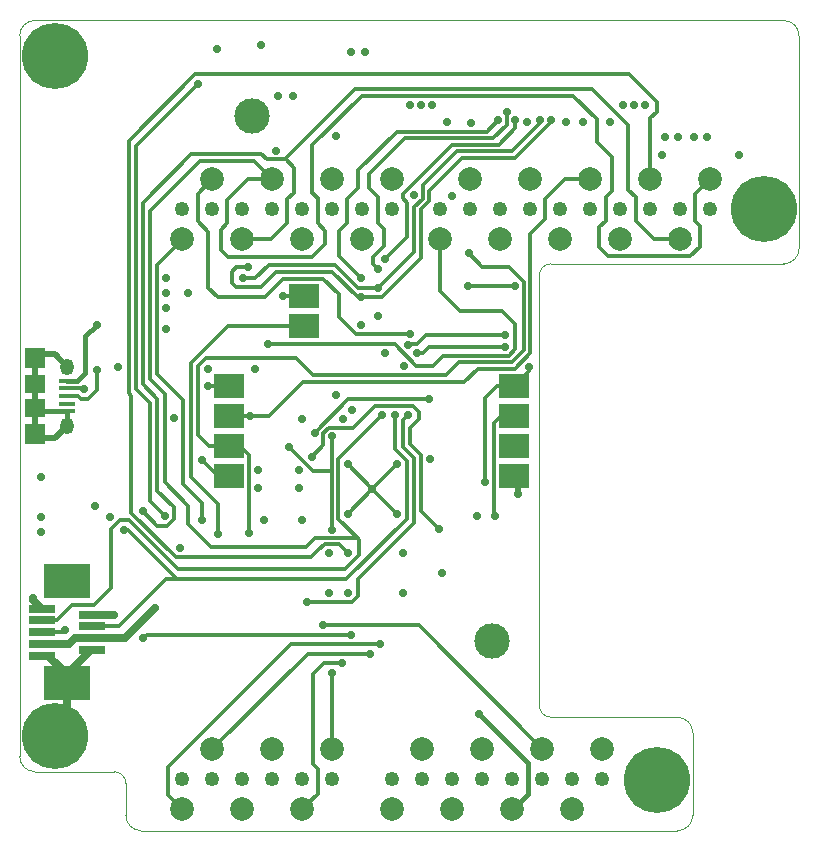
<source format=gtl>
G04 (created by PCBNEW (2013-07-07 BZR 4022)-stable) date 06/05/2014 22:12:36*
%MOIN*%
G04 Gerber Fmt 3.4, Leading zero omitted, Abs format*
%FSLAX34Y34*%
G01*
G70*
G90*
G04 APERTURE LIST*
%ADD10C,0.00590551*%
%ADD11C,0.000393701*%
%ADD12C,0.220472*%
%ADD13C,0.11811*%
%ADD14R,0.0984252X0.0787402*%
%ADD15R,0.0531496X0.0177165*%
%ADD16O,0.0452756X0.0551181*%
%ADD17R,0.0669291X0.0669291*%
%ADD18R,0.0669291X0.0590551*%
%ADD19C,0.0787402*%
%ADD20C,0.0492126*%
%ADD21R,0.0866142X0.0275591*%
%ADD22R,0.15748X0.11811*%
%ADD23C,0.0275591*%
%ADD24C,0.015748*%
%ADD25C,0.019685*%
%ADD26C,0.0275591*%
%ADD27C,0.011811*%
G04 APERTURE END LIST*
G54D10*
G54D11*
X42173Y-51606D02*
X42173Y-27590D01*
X42173Y-27590D02*
G75*
G02X42685Y-27078I511J0D01*
G74*
G01*
X45716Y-52511D02*
X45716Y-53574D01*
X42685Y-52118D02*
X45322Y-52118D01*
X67645Y-27078D02*
X42685Y-27078D01*
X68157Y-34677D02*
X68157Y-27590D01*
X59889Y-35188D02*
X67645Y-35188D01*
X59496Y-49913D02*
X59496Y-35582D01*
X64102Y-50307D02*
X59889Y-50307D01*
X64614Y-53574D02*
X64614Y-50818D01*
X46228Y-54086D02*
X64102Y-54086D01*
X45322Y-52118D02*
G75*
G02X45716Y-52511I0J-393D01*
G74*
G01*
X42685Y-52118D02*
G75*
G02X42173Y-51606I0J511D01*
G74*
G01*
X67645Y-27078D02*
G75*
G02X68157Y-27590I0J-511D01*
G74*
G01*
X68157Y-34678D02*
G75*
G02X67645Y-35188I-511J0D01*
G74*
G01*
X59496Y-35581D02*
G75*
G02X59889Y-35188I393J0D01*
G74*
G01*
X59889Y-50307D02*
G75*
G02X59496Y-49913I0J393D01*
G74*
G01*
X64103Y-50307D02*
G75*
G02X64614Y-50818I0J-511D01*
G74*
G01*
X64614Y-53575D02*
G75*
G02X64102Y-54086I-511J0D01*
G74*
G01*
X46227Y-54086D02*
G75*
G02X45716Y-53574I0J511D01*
G74*
G01*
G54D12*
X43354Y-50937D03*
X63433Y-52393D03*
X43354Y-28259D03*
X66976Y-33377D03*
G54D13*
X49905Y-30267D03*
X57905Y-47767D03*
G54D14*
X58649Y-39267D03*
X58649Y-40267D03*
X58649Y-41267D03*
X58649Y-42267D03*
X49161Y-39267D03*
X49161Y-40267D03*
X49161Y-41267D03*
X49161Y-42267D03*
X51641Y-37267D03*
X51641Y-36267D03*
G54D15*
X43767Y-39086D03*
X43767Y-39342D03*
X43767Y-39598D03*
X43767Y-39854D03*
X43767Y-40110D03*
G54D16*
X43767Y-38614D03*
X43767Y-40582D03*
G54D17*
X42704Y-38338D03*
X42704Y-40858D03*
G54D18*
X42704Y-39204D03*
X42704Y-39992D03*
G54D19*
X61602Y-51370D03*
X60602Y-53370D03*
X59602Y-51370D03*
X58602Y-53370D03*
X57602Y-51370D03*
X56602Y-53370D03*
X55602Y-51370D03*
X54602Y-53370D03*
G54D20*
X61602Y-52370D03*
X60602Y-52370D03*
X59602Y-52370D03*
X58602Y-52370D03*
X57602Y-52370D03*
X56602Y-52370D03*
X55602Y-52370D03*
X54602Y-52370D03*
G54D19*
X65202Y-32370D03*
X64202Y-34370D03*
X63202Y-32370D03*
X62202Y-34370D03*
X61202Y-32370D03*
X60202Y-34370D03*
X59202Y-32370D03*
X58202Y-34370D03*
X56202Y-34370D03*
G54D20*
X65202Y-33370D03*
X64202Y-33370D03*
X63202Y-33370D03*
X62202Y-33370D03*
X61202Y-33370D03*
X60202Y-33370D03*
X59202Y-33370D03*
X58202Y-33370D03*
X57202Y-33370D03*
X56202Y-33370D03*
G54D19*
X57202Y-32370D03*
X52602Y-51370D03*
X51602Y-53370D03*
X50602Y-51370D03*
X49602Y-53370D03*
X48602Y-51370D03*
X47602Y-53370D03*
G54D20*
X52602Y-52370D03*
X51602Y-52370D03*
X50602Y-52370D03*
X49602Y-52370D03*
X48602Y-52370D03*
X47602Y-52370D03*
G54D19*
X54602Y-32370D03*
X53602Y-34370D03*
X52602Y-32370D03*
X51602Y-34370D03*
X50602Y-32370D03*
X49602Y-34370D03*
X48602Y-32370D03*
X47602Y-34370D03*
G54D20*
X54602Y-33370D03*
X53602Y-33370D03*
X52602Y-33370D03*
X51602Y-33370D03*
X50602Y-33370D03*
X49602Y-33370D03*
X48602Y-33370D03*
X47602Y-33370D03*
G54D21*
X42921Y-46685D03*
X42921Y-47078D03*
X42921Y-47472D03*
X42921Y-47866D03*
X42921Y-48259D03*
X44574Y-47275D03*
X44574Y-47669D03*
X44574Y-46881D03*
X44574Y-48062D03*
G54D22*
X43748Y-45779D03*
X43748Y-49165D03*
G54D23*
X47795Y-36161D03*
X47066Y-36653D03*
X47066Y-36161D03*
X57224Y-30492D03*
X51476Y-42657D03*
X57480Y-50196D03*
X48740Y-28016D03*
X45196Y-43622D03*
X44685Y-43248D03*
X45314Y-46889D03*
X42637Y-46338D03*
X48444Y-38700D03*
X66141Y-31574D03*
X63602Y-31574D03*
X56240Y-45511D03*
X54960Y-44822D03*
X54133Y-36929D03*
X55846Y-41712D03*
X51476Y-42047D03*
X51574Y-43720D03*
X52952Y-40354D03*
X52500Y-44822D03*
X53110Y-44822D03*
X48129Y-29192D03*
X47007Y-43582D03*
X48779Y-44192D03*
X55807Y-39704D03*
X52007Y-40826D03*
X54271Y-40216D03*
X45669Y-44055D03*
X46279Y-43444D03*
X54704Y-40216D03*
X54370Y-35039D03*
X58700Y-30413D03*
X54114Y-35354D03*
X58405Y-30118D03*
X53543Y-35669D03*
X58129Y-30413D03*
X46692Y-46653D03*
X50452Y-37874D03*
X57696Y-42460D03*
X58681Y-35944D03*
X57106Y-35944D03*
X59153Y-38641D03*
X55137Y-40216D03*
X51751Y-46476D03*
X48267Y-43720D03*
X55177Y-37519D03*
X49822Y-44153D03*
X57145Y-34842D03*
X52598Y-48818D03*
X52913Y-48503D03*
X53858Y-48188D03*
X54173Y-47874D03*
X58366Y-37952D03*
X55413Y-38169D03*
X58011Y-43602D03*
X49625Y-35669D03*
X54133Y-35984D03*
X59507Y-30413D03*
X49783Y-35295D03*
X53543Y-36299D03*
X59881Y-30413D03*
X55137Y-37913D03*
X58366Y-37559D03*
X51909Y-41614D03*
X56141Y-44035D03*
X49842Y-40275D03*
X48267Y-41732D03*
X48464Y-39271D03*
X46299Y-47677D03*
X43700Y-47401D03*
X53228Y-47559D03*
X52598Y-40944D03*
X51161Y-41299D03*
X52578Y-44055D03*
X52283Y-47244D03*
X47047Y-37362D03*
X47066Y-35649D03*
X47519Y-44665D03*
X45452Y-38622D03*
X47322Y-40314D03*
X42874Y-44133D03*
X42874Y-43622D03*
X42893Y-42283D03*
X50314Y-43720D03*
X58779Y-42874D03*
X50019Y-38700D03*
X65098Y-30964D03*
X64665Y-30964D03*
X64114Y-30964D03*
X63681Y-30964D03*
X50964Y-36279D03*
X59094Y-30472D03*
X53543Y-37244D03*
X50216Y-27913D03*
X63011Y-29881D03*
X62657Y-29881D03*
X62283Y-29881D03*
X61870Y-30472D03*
X60964Y-30472D03*
X60374Y-30472D03*
X55925Y-29881D03*
X55551Y-29881D03*
X55177Y-29881D03*
X56437Y-30472D03*
X53700Y-28129D03*
X53228Y-28129D03*
X56594Y-32933D03*
X55314Y-32913D03*
X50708Y-31417D03*
X52736Y-30944D03*
X51279Y-29606D03*
X50787Y-29606D03*
X57421Y-43602D03*
X53110Y-43523D03*
X54763Y-43523D03*
X53110Y-41870D03*
X53937Y-42696D03*
X54763Y-41870D03*
X51594Y-40354D03*
X53267Y-40059D03*
X52736Y-39566D03*
X54980Y-38582D03*
X54370Y-38169D03*
X54960Y-46161D03*
X53110Y-46161D03*
X52500Y-46161D03*
X50118Y-42657D03*
X50118Y-42047D03*
X44744Y-37224D03*
X44744Y-38740D03*
X44311Y-39350D03*
G54D24*
X59114Y-52858D02*
X59114Y-51830D01*
X59114Y-51830D02*
X57480Y-50196D01*
X58602Y-53370D02*
X59114Y-52858D01*
G54D25*
X48740Y-28016D02*
X48740Y-28011D01*
X44685Y-43248D02*
X44685Y-43248D01*
G54D26*
X44574Y-46881D02*
X45307Y-46881D01*
X45307Y-46881D02*
X45314Y-46889D01*
X42921Y-46685D02*
X42637Y-46401D01*
X42637Y-46401D02*
X42637Y-46338D01*
G54D27*
X63202Y-32370D02*
X63202Y-30340D01*
X63405Y-29783D02*
X62500Y-28877D01*
X63405Y-30137D02*
X63405Y-29783D01*
X63202Y-30340D02*
X63405Y-30137D01*
X45885Y-39586D02*
X45885Y-43484D01*
X45885Y-39586D02*
X45807Y-39507D01*
X45807Y-39507D02*
X45807Y-31082D01*
X45807Y-31082D02*
X48011Y-28877D01*
X48011Y-28877D02*
X62500Y-28877D01*
X45885Y-43484D02*
X47381Y-44980D01*
X47381Y-44980D02*
X51889Y-44980D01*
X51889Y-44980D02*
X52125Y-44744D01*
X53110Y-44822D02*
X52814Y-44527D01*
X52814Y-44527D02*
X52342Y-44527D01*
X52342Y-44527D02*
X52125Y-44744D01*
X52125Y-44744D02*
X52125Y-44744D01*
X46043Y-31259D02*
X48110Y-29192D01*
X48110Y-29192D02*
X48129Y-29192D01*
X46515Y-39842D02*
X46515Y-43090D01*
X46515Y-43090D02*
X47007Y-43582D01*
X46515Y-39842D02*
X46043Y-39370D01*
X46043Y-39370D02*
X46043Y-31259D01*
X47874Y-41988D02*
X47874Y-42283D01*
X47874Y-42283D02*
X48779Y-43188D01*
X51877Y-37267D02*
X51688Y-37267D01*
X47874Y-38503D02*
X47874Y-41988D01*
X49114Y-37263D02*
X47874Y-38503D01*
X51692Y-37263D02*
X49114Y-37263D01*
X51688Y-37267D02*
X51692Y-37263D01*
X48779Y-43188D02*
X48779Y-44192D01*
X53129Y-39704D02*
X55807Y-39704D01*
X52007Y-40826D02*
X53129Y-39704D01*
X42921Y-47078D02*
X43433Y-47078D01*
X45236Y-45984D02*
X45236Y-44370D01*
X44645Y-46574D02*
X45236Y-45984D01*
X43937Y-46574D02*
X44645Y-46574D01*
X43433Y-47078D02*
X43937Y-46574D01*
X45511Y-43740D02*
X45807Y-43740D01*
X45236Y-44015D02*
X45511Y-43740D01*
X45236Y-44370D02*
X45236Y-44015D01*
X52795Y-41692D02*
X54271Y-40216D01*
X54271Y-40216D02*
X54271Y-40216D01*
X64842Y-34625D02*
X64842Y-33917D01*
X49775Y-32370D02*
X49094Y-33051D01*
X49094Y-33051D02*
X49094Y-33838D01*
X49094Y-33838D02*
X48877Y-34055D01*
X48877Y-34055D02*
X48877Y-34744D01*
X48877Y-34744D02*
X49114Y-34980D01*
X49114Y-34980D02*
X49429Y-34980D01*
X49429Y-34980D02*
X49429Y-34980D01*
X49429Y-34980D02*
X51909Y-34980D01*
X51909Y-34980D02*
X52362Y-34527D01*
X52362Y-34527D02*
X52362Y-34094D01*
X52362Y-34094D02*
X52106Y-33838D01*
X52106Y-33838D02*
X52106Y-32992D01*
X52106Y-32992D02*
X51929Y-32814D01*
X51929Y-32814D02*
X51929Y-31240D01*
X51929Y-31240D02*
X53582Y-29586D01*
X53582Y-29586D02*
X60629Y-29586D01*
X60629Y-29586D02*
X61417Y-30374D01*
X61417Y-30374D02*
X61417Y-31141D01*
X61417Y-31141D02*
X61909Y-31633D01*
X61909Y-31633D02*
X61909Y-32775D01*
X61909Y-32775D02*
X61712Y-32972D01*
X61712Y-32972D02*
X61712Y-33759D01*
X61712Y-33759D02*
X61496Y-33976D01*
X61496Y-33976D02*
X61496Y-34645D01*
X61496Y-34645D02*
X61791Y-34940D01*
X61791Y-34940D02*
X64527Y-34940D01*
X64527Y-34940D02*
X64842Y-34625D01*
X50602Y-32370D02*
X49775Y-32370D01*
X64704Y-32867D02*
X65202Y-32370D01*
X64704Y-33779D02*
X64704Y-32867D01*
X64842Y-33917D02*
X64704Y-33779D01*
X50602Y-32370D02*
X49984Y-31751D01*
X53425Y-44330D02*
X53405Y-44311D01*
X52007Y-44330D02*
X53425Y-44330D01*
X51712Y-44625D02*
X52007Y-44330D01*
X48543Y-44625D02*
X51712Y-44625D01*
X47775Y-43858D02*
X48543Y-44625D01*
X47775Y-43248D02*
X47775Y-43858D01*
X47007Y-42480D02*
X47775Y-43248D01*
X47007Y-39527D02*
X47007Y-42480D01*
X46515Y-39035D02*
X47007Y-39527D01*
X46515Y-33425D02*
X46515Y-39035D01*
X48188Y-31751D02*
X46515Y-33425D01*
X49984Y-31751D02*
X48188Y-31751D01*
X52795Y-43700D02*
X53405Y-44311D01*
X53405Y-44311D02*
X53503Y-44409D01*
X47440Y-45374D02*
X45807Y-43740D01*
X53011Y-45374D02*
X47440Y-45374D01*
X53503Y-44881D02*
X53011Y-45374D01*
X53503Y-44409D02*
X53503Y-44881D01*
X52795Y-41692D02*
X52795Y-43700D01*
X44574Y-47275D02*
X45480Y-47275D01*
X47055Y-45700D02*
X47421Y-45700D01*
X45480Y-47275D02*
X47055Y-45700D01*
X53346Y-29370D02*
X51043Y-31673D01*
X51043Y-31673D02*
X51043Y-31712D01*
X63307Y-34370D02*
X64202Y-34370D01*
X62716Y-33779D02*
X63307Y-34370D01*
X62716Y-32972D02*
X62716Y-33779D01*
X62460Y-32716D02*
X62716Y-32972D01*
X62460Y-30570D02*
X62460Y-32716D01*
X61259Y-29370D02*
X62460Y-30570D01*
X53346Y-29370D02*
X61259Y-29370D01*
X46279Y-43444D02*
X46751Y-43917D01*
X45775Y-44055D02*
X45669Y-44055D01*
X47421Y-45700D02*
X45775Y-44055D01*
X50551Y-34370D02*
X49602Y-34370D01*
X51102Y-33818D02*
X50551Y-34370D01*
X51102Y-33031D02*
X51102Y-33818D01*
X51318Y-32814D02*
X51102Y-33031D01*
X51318Y-31988D02*
X51318Y-32814D01*
X51043Y-31712D02*
X51318Y-31988D01*
X50413Y-31712D02*
X51043Y-31712D01*
X50236Y-31535D02*
X50413Y-31712D01*
X47893Y-31535D02*
X50236Y-31535D01*
X46279Y-33149D02*
X47893Y-31535D01*
X46279Y-39192D02*
X46279Y-33149D01*
X46771Y-39685D02*
X46279Y-39192D01*
X46771Y-42755D02*
X46771Y-39685D01*
X47322Y-43307D02*
X46771Y-42755D01*
X47322Y-43681D02*
X47322Y-43307D01*
X47086Y-43917D02*
X47322Y-43681D01*
X46751Y-43917D02*
X47086Y-43917D01*
X54704Y-40216D02*
X54704Y-41377D01*
X54704Y-41377D02*
X55078Y-41751D01*
X53059Y-45700D02*
X47421Y-45700D01*
X55078Y-43681D02*
X53059Y-45700D01*
X55078Y-41751D02*
X55078Y-43681D01*
X54370Y-35039D02*
X55098Y-34311D01*
X58700Y-30669D02*
X58700Y-30413D01*
X58149Y-31220D02*
X58700Y-30669D01*
X56594Y-31220D02*
X58149Y-31220D01*
X54960Y-32854D02*
X56594Y-31220D01*
X54960Y-33011D02*
X54960Y-32854D01*
X55098Y-33149D02*
X54960Y-33011D01*
X55098Y-34311D02*
X55098Y-33149D01*
X54114Y-35354D02*
X53956Y-35196D01*
X58405Y-30551D02*
X58405Y-30118D01*
X57952Y-31003D02*
X58405Y-30551D01*
X55019Y-31003D02*
X57952Y-31003D01*
X53818Y-32204D02*
X55019Y-31003D01*
X53818Y-32657D02*
X53818Y-32204D01*
X54114Y-32952D02*
X53818Y-32657D01*
X54114Y-33818D02*
X54114Y-32952D01*
X54330Y-34035D02*
X54114Y-33818D01*
X54330Y-34586D02*
X54330Y-34035D01*
X53956Y-34960D02*
X54330Y-34586D01*
X53956Y-35196D02*
X53956Y-34960D01*
X53454Y-32667D02*
X53454Y-32076D01*
X54744Y-30787D02*
X57755Y-30787D01*
X53454Y-32076D02*
X54744Y-30787D01*
X53543Y-35669D02*
X52814Y-34940D01*
X57755Y-30787D02*
X58129Y-30413D01*
X53090Y-33031D02*
X53454Y-32667D01*
X53090Y-33818D02*
X53090Y-33031D01*
X52814Y-34094D02*
X53090Y-33818D01*
X52814Y-34940D02*
X52814Y-34094D01*
G54D26*
X44574Y-47669D02*
X45677Y-47669D01*
X45677Y-47669D02*
X46692Y-46653D01*
X42921Y-47866D02*
X43826Y-47866D01*
X44023Y-47669D02*
X44574Y-47669D01*
X43826Y-47866D02*
X44023Y-47669D01*
G54D27*
X50452Y-37874D02*
X54685Y-37874D01*
X56202Y-34370D02*
X56202Y-36103D01*
X56202Y-36103D02*
X56850Y-36751D01*
X56850Y-36751D02*
X58267Y-36751D01*
X58267Y-36751D02*
X58700Y-37185D01*
X58700Y-37185D02*
X58700Y-38031D01*
X58700Y-38031D02*
X58484Y-38248D01*
X58484Y-38248D02*
X56299Y-38248D01*
X56299Y-38248D02*
X55964Y-38582D01*
X55964Y-38582D02*
X55393Y-38582D01*
X55393Y-38582D02*
X54685Y-37874D01*
X54685Y-37874D02*
X54685Y-37874D01*
X54685Y-37874D02*
X54685Y-37874D01*
X58094Y-39267D02*
X58649Y-39267D01*
X57696Y-39665D02*
X58094Y-39267D01*
X57696Y-42460D02*
X57696Y-39665D01*
X57106Y-35944D02*
X58681Y-35944D01*
X59153Y-38763D02*
X59153Y-38641D01*
X58649Y-39267D02*
X59153Y-38763D01*
X55137Y-40216D02*
X54940Y-40413D01*
X54940Y-40413D02*
X54940Y-41299D01*
X54940Y-41299D02*
X55314Y-41673D01*
X55314Y-41673D02*
X55314Y-43816D01*
X55314Y-43816D02*
X53444Y-45686D01*
X53444Y-45686D02*
X53444Y-46279D01*
X53444Y-46279D02*
X53248Y-46476D01*
X53248Y-46476D02*
X51751Y-46476D01*
X47618Y-34370D02*
X47602Y-34370D01*
X46751Y-35236D02*
X47618Y-34370D01*
X46751Y-38858D02*
X46751Y-35236D01*
X47637Y-39744D02*
X46751Y-38858D01*
X47637Y-42539D02*
X47637Y-39744D01*
X48267Y-43169D02*
X47637Y-42539D01*
X48267Y-43720D02*
X48267Y-43169D01*
X48789Y-36309D02*
X50344Y-36309D01*
X52814Y-36200D02*
X52814Y-36948D01*
X52303Y-35688D02*
X52814Y-36200D01*
X50964Y-35688D02*
X52303Y-35688D01*
X50344Y-36309D02*
X50964Y-35688D01*
X55177Y-37519D02*
X53385Y-37519D01*
X53385Y-37519D02*
X52814Y-36948D01*
X48110Y-32862D02*
X48602Y-32370D01*
X48110Y-33759D02*
X48110Y-32862D01*
X48464Y-34114D02*
X48110Y-33759D01*
X48464Y-35984D02*
X48464Y-34114D01*
X48789Y-36309D02*
X48464Y-35984D01*
X51968Y-38897D02*
X51397Y-38326D01*
X48472Y-41267D02*
X49515Y-41267D01*
X48110Y-40905D02*
X48472Y-41267D01*
X48110Y-38602D02*
X48110Y-40905D01*
X48385Y-38326D02*
X48110Y-38602D01*
X51397Y-38326D02*
X48385Y-38326D01*
X51968Y-38897D02*
X56377Y-38897D01*
X57598Y-35295D02*
X57145Y-34842D01*
X58484Y-35295D02*
X57598Y-35295D01*
X58976Y-35787D02*
X58484Y-35295D01*
X58976Y-38070D02*
X58976Y-35787D01*
X58582Y-38464D02*
X58976Y-38070D01*
X56811Y-38464D02*
X58582Y-38464D01*
X56377Y-38897D02*
X56811Y-38464D01*
X49515Y-41267D02*
X49822Y-41574D01*
X49822Y-44153D02*
X49822Y-41574D01*
X49822Y-44153D02*
X49822Y-44153D01*
X52598Y-48818D02*
X52598Y-51366D01*
X52598Y-51366D02*
X52602Y-51370D01*
X52106Y-52866D02*
X51602Y-53370D01*
X52106Y-52027D02*
X52106Y-52866D01*
X51948Y-51870D02*
X52106Y-52027D01*
X51948Y-48877D02*
X51948Y-51870D01*
X52322Y-48503D02*
X51948Y-48877D01*
X52913Y-48503D02*
X52322Y-48503D01*
X51783Y-48188D02*
X48602Y-51370D01*
X53858Y-48188D02*
X51783Y-48188D01*
X47125Y-52893D02*
X47602Y-53370D01*
X47125Y-51968D02*
X47125Y-52893D01*
X51220Y-47874D02*
X47125Y-51968D01*
X54173Y-47874D02*
X51220Y-47874D01*
X58649Y-40267D02*
X58236Y-40267D01*
X57992Y-43582D02*
X58011Y-43602D01*
X57992Y-40511D02*
X57992Y-43582D01*
X58236Y-40267D02*
X57992Y-40511D01*
X55413Y-38169D02*
X55610Y-38169D01*
X55610Y-38169D02*
X55826Y-37952D01*
X55826Y-37952D02*
X58366Y-37952D01*
X58011Y-43602D02*
X58011Y-43602D01*
X49625Y-35669D02*
X50019Y-35669D01*
X53444Y-35984D02*
X54133Y-35984D01*
X52677Y-35216D02*
X53444Y-35984D01*
X50472Y-35216D02*
X52677Y-35216D01*
X50019Y-35669D02*
X50472Y-35216D01*
X54133Y-35984D02*
X55334Y-34783D01*
X59507Y-30511D02*
X59507Y-30413D01*
X58582Y-31437D02*
X59507Y-30511D01*
X56751Y-31437D02*
X58582Y-31437D01*
X55610Y-32578D02*
X56751Y-31437D01*
X55610Y-33031D02*
X55610Y-32578D01*
X55334Y-33307D02*
X55610Y-33031D01*
X55334Y-34783D02*
X55334Y-33307D01*
X49399Y-35305D02*
X49773Y-35305D01*
X49773Y-35305D02*
X49783Y-35295D01*
X53444Y-36299D02*
X52598Y-35452D01*
X52598Y-35452D02*
X50728Y-35452D01*
X50728Y-35452D02*
X50216Y-35964D01*
X50216Y-35964D02*
X49389Y-35964D01*
X49389Y-35964D02*
X49251Y-35826D01*
X49251Y-35826D02*
X49251Y-35452D01*
X49251Y-35452D02*
X49399Y-35305D01*
X53543Y-36299D02*
X53444Y-36299D01*
X58690Y-31663D02*
X56919Y-31663D01*
X55570Y-35000D02*
X54271Y-36299D01*
X55570Y-33366D02*
X55570Y-35000D01*
X55826Y-33110D02*
X55570Y-33366D01*
X55826Y-32755D02*
X55826Y-33110D01*
X56919Y-31663D02*
X55826Y-32755D01*
X53543Y-36299D02*
X54271Y-36299D01*
X59881Y-30472D02*
X59881Y-30413D01*
X58700Y-31653D02*
X59881Y-30472D01*
X58700Y-31653D02*
X58700Y-31653D01*
X58690Y-31663D02*
X58700Y-31653D01*
X55413Y-37854D02*
X55708Y-37559D01*
X55196Y-37854D02*
X55413Y-37854D01*
X55137Y-37913D02*
X55196Y-37854D01*
X55708Y-37559D02*
X58366Y-37559D01*
X54389Y-39921D02*
X54015Y-39921D01*
X54015Y-39921D02*
X53287Y-40649D01*
X52303Y-40826D02*
X52303Y-41220D01*
X52303Y-40826D02*
X52480Y-40649D01*
X52480Y-40649D02*
X53287Y-40649D01*
X52303Y-41220D02*
X51909Y-41614D01*
X55551Y-43444D02*
X56141Y-44035D01*
X55551Y-41574D02*
X55551Y-43444D01*
X55177Y-41200D02*
X55551Y-41574D01*
X55177Y-40669D02*
X55177Y-41200D01*
X55472Y-40374D02*
X55177Y-40669D01*
X55472Y-40118D02*
X55472Y-40374D01*
X55275Y-39921D02*
X55472Y-40118D01*
X54389Y-39921D02*
X55275Y-39921D01*
X58681Y-38681D02*
X57440Y-38681D01*
X57440Y-38681D02*
X56978Y-39143D01*
X51624Y-39143D02*
X56978Y-39143D01*
X50492Y-40275D02*
X51624Y-39143D01*
X49842Y-40275D02*
X50492Y-40275D01*
X59192Y-38169D02*
X59192Y-34212D01*
X58681Y-38681D02*
X59192Y-38169D01*
X61202Y-32370D02*
X60366Y-32370D01*
X59704Y-33700D02*
X59192Y-34212D01*
X59704Y-33031D02*
X59704Y-33700D01*
X60366Y-32370D02*
X59704Y-33031D01*
X49834Y-40267D02*
X49161Y-40267D01*
X49842Y-40275D02*
X49834Y-40267D01*
X48803Y-42267D02*
X49161Y-42267D01*
X48803Y-42267D02*
X48267Y-41732D01*
X49161Y-39267D02*
X48468Y-39267D01*
X48468Y-39267D02*
X48464Y-39271D01*
X42921Y-47472D02*
X43629Y-47472D01*
X46417Y-47559D02*
X47874Y-47559D01*
X46299Y-47677D02*
X46417Y-47559D01*
X43629Y-47472D02*
X43700Y-47401D01*
X47874Y-47559D02*
X50688Y-47559D01*
X53228Y-47559D02*
X50688Y-47559D01*
X52578Y-40964D02*
X52578Y-41633D01*
X52598Y-40944D02*
X52578Y-40964D01*
X52578Y-42106D02*
X51968Y-42106D01*
X51968Y-42106D02*
X51161Y-41299D01*
X52578Y-41633D02*
X52578Y-42106D01*
X52578Y-42106D02*
X52578Y-44055D01*
X55476Y-47244D02*
X59602Y-51370D01*
X52283Y-47244D02*
X55476Y-47244D01*
G54D26*
X44574Y-48062D02*
X44555Y-48062D01*
X44555Y-48062D02*
X43748Y-48870D01*
X42921Y-48259D02*
X43137Y-48259D01*
X43137Y-48259D02*
X43748Y-48870D01*
X43748Y-48870D02*
X43748Y-50543D01*
X43748Y-50543D02*
X43354Y-50937D01*
G54D25*
X58649Y-42267D02*
X58779Y-42397D01*
X58779Y-42397D02*
X58779Y-42874D01*
G54D24*
X43767Y-40110D02*
X43767Y-40582D01*
X43767Y-40110D02*
X42822Y-40110D01*
X42822Y-40110D02*
X42704Y-39992D01*
G54D25*
X42704Y-39992D02*
X42704Y-40996D01*
X42704Y-39204D02*
X42704Y-39992D01*
X42704Y-38200D02*
X42704Y-39204D01*
X42704Y-40996D02*
X43354Y-40996D01*
X43354Y-40996D02*
X43767Y-40582D01*
X42704Y-38200D02*
X43354Y-38200D01*
X43354Y-38200D02*
X43767Y-38614D01*
G54D27*
X50964Y-36279D02*
X51629Y-36279D01*
X51629Y-36279D02*
X51641Y-36267D01*
X53937Y-42696D02*
X53110Y-43523D01*
X53937Y-42696D02*
X54763Y-43523D01*
X53937Y-42696D02*
X53110Y-41870D01*
X53937Y-42696D02*
X54763Y-41870D01*
G54D24*
X43767Y-39086D02*
X44102Y-39086D01*
X44370Y-37598D02*
X44744Y-37224D01*
X44370Y-38818D02*
X44370Y-37598D01*
X44102Y-39086D02*
X44370Y-38818D01*
G54D27*
X44125Y-39598D02*
X44212Y-39685D01*
X44212Y-39685D02*
X44448Y-39685D01*
X44448Y-39685D02*
X44744Y-39389D01*
X44744Y-39389D02*
X44744Y-38740D01*
X43767Y-39598D02*
X44125Y-39598D01*
G54D24*
X44303Y-39342D02*
X44311Y-39350D01*
G54D27*
X43767Y-39342D02*
X44303Y-39342D01*
M02*

</source>
